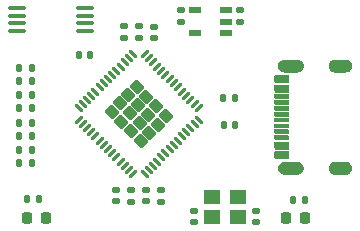
<source format=gtp>
%TF.GenerationSoftware,KiCad,Pcbnew,(6.0.10)*%
%TF.CreationDate,2022-12-30T18:11:37+08:00*%
%TF.ProjectId,UINIO-Logic-24MHz,55494e49-4f2d-44c6-9f67-69632d32344d,Version 1.0.0*%
%TF.SameCoordinates,Original*%
%TF.FileFunction,Paste,Top*%
%TF.FilePolarity,Positive*%
%FSLAX46Y46*%
G04 Gerber Fmt 4.6, Leading zero omitted, Abs format (unit mm)*
G04 Created by KiCad (PCBNEW (6.0.10)) date 2022-12-30 18:11:37*
%MOMM*%
%LPD*%
G01*
G04 APERTURE LIST*
G04 Aperture macros list*
%AMRoundRect*
0 Rectangle with rounded corners*
0 $1 Rounding radius*
0 $2 $3 $4 $5 $6 $7 $8 $9 X,Y pos of 4 corners*
0 Add a 4 corners polygon primitive as box body*
4,1,4,$2,$3,$4,$5,$6,$7,$8,$9,$2,$3,0*
0 Add four circle primitives for the rounded corners*
1,1,$1+$1,$2,$3*
1,1,$1+$1,$4,$5*
1,1,$1+$1,$6,$7*
1,1,$1+$1,$8,$9*
0 Add four rect primitives between the rounded corners*
20,1,$1+$1,$2,$3,$4,$5,0*
20,1,$1+$1,$4,$5,$6,$7,0*
20,1,$1+$1,$6,$7,$8,$9,0*
20,1,$1+$1,$8,$9,$2,$3,0*%
%AMFreePoly0*
4,1,9,0.435000,0.357500,0.435000,-0.357500,0.290000,-0.502500,-0.290000,-0.502500,-0.435000,-0.357500,-0.435000,0.357500,-0.290000,0.502500,0.290000,0.502500,0.435000,0.357500,0.435000,0.357500,$1*%
G04 Aperture macros list end*
%ADD10C,0.120000*%
%ADD11RoundRect,0.140000X0.170000X-0.140000X0.170000X0.140000X-0.170000X0.140000X-0.170000X-0.140000X0*%
%ADD12RoundRect,0.135000X-0.135000X-0.185000X0.135000X-0.185000X0.135000X0.185000X-0.135000X0.185000X0*%
%ADD13RoundRect,0.140000X0.140000X0.170000X-0.140000X0.170000X-0.140000X-0.170000X0.140000X-0.170000X0*%
%ADD14RoundRect,0.218750X0.218750X0.256250X-0.218750X0.256250X-0.218750X-0.256250X0.218750X-0.256250X0*%
%ADD15R,1.000000X0.600000*%
%ADD16RoundRect,0.140000X-0.170000X0.140000X-0.170000X-0.140000X0.170000X-0.140000X0.170000X0.140000X0*%
%ADD17RoundRect,0.135000X0.135000X0.185000X-0.135000X0.185000X-0.135000X-0.185000X0.135000X-0.185000X0*%
%ADD18RoundRect,0.140000X-0.140000X-0.170000X0.140000X-0.170000X0.140000X0.170000X-0.140000X0.170000X0*%
%ADD19RoundRect,0.135000X-0.185000X0.135000X-0.185000X-0.135000X0.185000X-0.135000X0.185000X0.135000X0*%
%ADD20RoundRect,0.100000X-0.637500X-0.100000X0.637500X-0.100000X0.637500X0.100000X-0.637500X0.100000X0*%
%ADD21FreePoly0,225.000000*%
%ADD22RoundRect,0.062500X0.220971X0.309359X-0.309359X-0.220971X-0.220971X-0.309359X0.309359X0.220971X0*%
%ADD23RoundRect,0.062500X-0.220971X0.309359X-0.309359X0.220971X0.220971X-0.309359X0.309359X-0.220971X0*%
%ADD24RoundRect,0.218750X-0.218750X-0.256250X0.218750X-0.256250X0.218750X0.256250X-0.218750X0.256250X0*%
%ADD25R,1.150000X0.600000*%
%ADD26R,1.150000X0.300000*%
%ADD27R,1.400000X1.200000*%
G04 APERTURE END LIST*
%TO.C,USB1*%
G36*
X162478000Y-109030000D02*
G01*
X161328000Y-109030000D01*
X161328000Y-108730000D01*
X162478000Y-108730000D01*
X162478000Y-109030000D01*
G37*
D10*
X162478000Y-109030000D02*
X161328000Y-109030000D01*
X161328000Y-108730000D01*
X162478000Y-108730000D01*
X162478000Y-109030000D01*
G36*
X162478000Y-110030000D02*
G01*
X161328000Y-110030000D01*
X161328000Y-109730000D01*
X162478000Y-109730000D01*
X162478000Y-110030000D01*
G37*
X162478000Y-110030000D02*
X161328000Y-110030000D01*
X161328000Y-109730000D01*
X162478000Y-109730000D01*
X162478000Y-110030000D01*
G36*
X162478000Y-107530000D02*
G01*
X161328000Y-107530000D01*
X161328000Y-107230000D01*
X162478000Y-107230000D01*
X162478000Y-107530000D01*
G37*
X162478000Y-107530000D02*
X161328000Y-107530000D01*
X161328000Y-107230000D01*
X162478000Y-107230000D01*
X162478000Y-107530000D01*
G36*
X162478000Y-108530000D02*
G01*
X161328000Y-108530000D01*
X161328000Y-108230000D01*
X162478000Y-108230000D01*
X162478000Y-108530000D01*
G37*
X162478000Y-108530000D02*
X161328000Y-108530000D01*
X161328000Y-108230000D01*
X162478000Y-108230000D01*
X162478000Y-108530000D01*
G36*
X163313000Y-112965000D02*
G01*
X163407000Y-112993000D01*
X163493000Y-113039000D01*
X163569000Y-113101000D01*
X163631000Y-113177000D01*
X163677000Y-113264000D01*
X163706000Y-113357000D01*
X163715000Y-113455000D01*
X163706000Y-113553000D01*
X163677000Y-113646000D01*
X163631000Y-113733000D01*
X163569000Y-113809000D01*
X163493000Y-113871000D01*
X163407000Y-113917000D01*
X163313000Y-113945000D01*
X163215000Y-113955000D01*
X162115000Y-113955000D01*
X162018000Y-113945000D01*
X161924000Y-113917000D01*
X161838000Y-113871000D01*
X161762000Y-113809000D01*
X161700000Y-113733000D01*
X161653000Y-113646000D01*
X161625000Y-113553000D01*
X161615000Y-113455000D01*
X161625000Y-113357000D01*
X161653000Y-113264000D01*
X161700000Y-113177000D01*
X161762000Y-113101000D01*
X161838000Y-113039000D01*
X161924000Y-112993000D01*
X162018000Y-112965000D01*
X162115000Y-112955000D01*
X163215000Y-112955000D01*
X163313000Y-112965000D01*
G37*
X163313000Y-112965000D02*
X163407000Y-112993000D01*
X163493000Y-113039000D01*
X163569000Y-113101000D01*
X163631000Y-113177000D01*
X163677000Y-113264000D01*
X163706000Y-113357000D01*
X163715000Y-113455000D01*
X163706000Y-113553000D01*
X163677000Y-113646000D01*
X163631000Y-113733000D01*
X163569000Y-113809000D01*
X163493000Y-113871000D01*
X163407000Y-113917000D01*
X163313000Y-113945000D01*
X163215000Y-113955000D01*
X162115000Y-113955000D01*
X162018000Y-113945000D01*
X161924000Y-113917000D01*
X161838000Y-113871000D01*
X161762000Y-113809000D01*
X161700000Y-113733000D01*
X161653000Y-113646000D01*
X161625000Y-113553000D01*
X161615000Y-113455000D01*
X161625000Y-113357000D01*
X161653000Y-113264000D01*
X161700000Y-113177000D01*
X161762000Y-113101000D01*
X161838000Y-113039000D01*
X161924000Y-112993000D01*
X162018000Y-112965000D01*
X162115000Y-112955000D01*
X163215000Y-112955000D01*
X163313000Y-112965000D01*
G36*
X162478000Y-111830000D02*
G01*
X161328000Y-111830000D01*
X161328000Y-111230000D01*
X162478000Y-111230000D01*
X162478000Y-111830000D01*
G37*
X162478000Y-111830000D02*
X161328000Y-111830000D01*
X161328000Y-111230000D01*
X162478000Y-111230000D01*
X162478000Y-111830000D01*
G36*
X167413000Y-104315000D02*
G01*
X167507000Y-104343000D01*
X167593000Y-104389000D01*
X167669000Y-104451000D01*
X167731000Y-104527000D01*
X167777000Y-104614000D01*
X167806000Y-104707000D01*
X167815000Y-104805000D01*
X167806000Y-104903000D01*
X167777000Y-104996000D01*
X167731000Y-105083000D01*
X167669000Y-105159000D01*
X167593000Y-105221000D01*
X167507000Y-105267000D01*
X167413000Y-105295000D01*
X167315000Y-105305000D01*
X166415000Y-105305000D01*
X166318000Y-105295000D01*
X166224000Y-105267000D01*
X166138000Y-105221000D01*
X166062000Y-105159000D01*
X166000000Y-105083000D01*
X165953000Y-104996000D01*
X165925000Y-104903000D01*
X165915000Y-104805000D01*
X165925000Y-104707000D01*
X165953000Y-104614000D01*
X166000000Y-104527000D01*
X166062000Y-104451000D01*
X166138000Y-104389000D01*
X166224000Y-104343000D01*
X166318000Y-104315000D01*
X166415000Y-104305000D01*
X167315000Y-104305000D01*
X167413000Y-104315000D01*
G37*
X167413000Y-104315000D02*
X167507000Y-104343000D01*
X167593000Y-104389000D01*
X167669000Y-104451000D01*
X167731000Y-104527000D01*
X167777000Y-104614000D01*
X167806000Y-104707000D01*
X167815000Y-104805000D01*
X167806000Y-104903000D01*
X167777000Y-104996000D01*
X167731000Y-105083000D01*
X167669000Y-105159000D01*
X167593000Y-105221000D01*
X167507000Y-105267000D01*
X167413000Y-105295000D01*
X167315000Y-105305000D01*
X166415000Y-105305000D01*
X166318000Y-105295000D01*
X166224000Y-105267000D01*
X166138000Y-105221000D01*
X166062000Y-105159000D01*
X166000000Y-105083000D01*
X165953000Y-104996000D01*
X165925000Y-104903000D01*
X165915000Y-104805000D01*
X165925000Y-104707000D01*
X165953000Y-104614000D01*
X166000000Y-104527000D01*
X166062000Y-104451000D01*
X166138000Y-104389000D01*
X166224000Y-104343000D01*
X166318000Y-104315000D01*
X166415000Y-104305000D01*
X167315000Y-104305000D01*
X167413000Y-104315000D01*
G36*
X162478000Y-108030000D02*
G01*
X161328000Y-108030000D01*
X161328000Y-107730000D01*
X162478000Y-107730000D01*
X162478000Y-108030000D01*
G37*
X162478000Y-108030000D02*
X161328000Y-108030000D01*
X161328000Y-107730000D01*
X162478000Y-107730000D01*
X162478000Y-108030000D01*
G36*
X162478000Y-110530000D02*
G01*
X161328000Y-110530000D01*
X161328000Y-110230000D01*
X162478000Y-110230000D01*
X162478000Y-110530000D01*
G37*
X162478000Y-110530000D02*
X161328000Y-110530000D01*
X161328000Y-110230000D01*
X162478000Y-110230000D01*
X162478000Y-110530000D01*
G36*
X162478000Y-106230000D02*
G01*
X161328000Y-106230000D01*
X161328000Y-105630000D01*
X162478000Y-105630000D01*
X162478000Y-106230000D01*
G37*
X162478000Y-106230000D02*
X161328000Y-106230000D01*
X161328000Y-105630000D01*
X162478000Y-105630000D01*
X162478000Y-106230000D01*
G36*
X163313000Y-104315000D02*
G01*
X163407000Y-104343000D01*
X163493000Y-104389000D01*
X163569000Y-104451000D01*
X163631000Y-104527000D01*
X163677000Y-104614000D01*
X163706000Y-104707000D01*
X163715000Y-104805000D01*
X163706000Y-104903000D01*
X163677000Y-104996000D01*
X163631000Y-105083000D01*
X163569000Y-105159000D01*
X163493000Y-105221000D01*
X163407000Y-105267000D01*
X163313000Y-105295000D01*
X163215000Y-105305000D01*
X162115000Y-105305000D01*
X162018000Y-105295000D01*
X161924000Y-105267000D01*
X161838000Y-105221000D01*
X161762000Y-105159000D01*
X161700000Y-105083000D01*
X161653000Y-104996000D01*
X161625000Y-104903000D01*
X161615000Y-104805000D01*
X161625000Y-104707000D01*
X161653000Y-104614000D01*
X161700000Y-104527000D01*
X161762000Y-104451000D01*
X161838000Y-104389000D01*
X161924000Y-104343000D01*
X162018000Y-104315000D01*
X162115000Y-104305000D01*
X163215000Y-104305000D01*
X163313000Y-104315000D01*
G37*
X163313000Y-104315000D02*
X163407000Y-104343000D01*
X163493000Y-104389000D01*
X163569000Y-104451000D01*
X163631000Y-104527000D01*
X163677000Y-104614000D01*
X163706000Y-104707000D01*
X163715000Y-104805000D01*
X163706000Y-104903000D01*
X163677000Y-104996000D01*
X163631000Y-105083000D01*
X163569000Y-105159000D01*
X163493000Y-105221000D01*
X163407000Y-105267000D01*
X163313000Y-105295000D01*
X163215000Y-105305000D01*
X162115000Y-105305000D01*
X162018000Y-105295000D01*
X161924000Y-105267000D01*
X161838000Y-105221000D01*
X161762000Y-105159000D01*
X161700000Y-105083000D01*
X161653000Y-104996000D01*
X161625000Y-104903000D01*
X161615000Y-104805000D01*
X161625000Y-104707000D01*
X161653000Y-104614000D01*
X161700000Y-104527000D01*
X161762000Y-104451000D01*
X161838000Y-104389000D01*
X161924000Y-104343000D01*
X162018000Y-104315000D01*
X162115000Y-104305000D01*
X163215000Y-104305000D01*
X163313000Y-104315000D01*
G36*
X162478000Y-112630000D02*
G01*
X161328000Y-112630000D01*
X161328000Y-112030000D01*
X162478000Y-112030000D01*
X162478000Y-112630000D01*
G37*
X162478000Y-112630000D02*
X161328000Y-112630000D01*
X161328000Y-112030000D01*
X162478000Y-112030000D01*
X162478000Y-112630000D01*
G36*
X162478000Y-107030000D02*
G01*
X161328000Y-107030000D01*
X161328000Y-106430000D01*
X162478000Y-106430000D01*
X162478000Y-107030000D01*
G37*
X162478000Y-107030000D02*
X161328000Y-107030000D01*
X161328000Y-106430000D01*
X162478000Y-106430000D01*
X162478000Y-107030000D01*
G36*
X162478000Y-109530000D02*
G01*
X161328000Y-109530000D01*
X161328000Y-109230000D01*
X162478000Y-109230000D01*
X162478000Y-109530000D01*
G37*
X162478000Y-109530000D02*
X161328000Y-109530000D01*
X161328000Y-109230000D01*
X162478000Y-109230000D01*
X162478000Y-109530000D01*
G36*
X167413000Y-112965000D02*
G01*
X167507000Y-112993000D01*
X167593000Y-113039000D01*
X167669000Y-113101000D01*
X167731000Y-113177000D01*
X167777000Y-113264000D01*
X167806000Y-113357000D01*
X167815000Y-113455000D01*
X167806000Y-113553000D01*
X167777000Y-113646000D01*
X167731000Y-113733000D01*
X167669000Y-113809000D01*
X167593000Y-113871000D01*
X167507000Y-113917000D01*
X167413000Y-113945000D01*
X167315000Y-113955000D01*
X166415000Y-113955000D01*
X166318000Y-113945000D01*
X166224000Y-113917000D01*
X166138000Y-113871000D01*
X166062000Y-113809000D01*
X166000000Y-113733000D01*
X165953000Y-113646000D01*
X165925000Y-113553000D01*
X165915000Y-113455000D01*
X165925000Y-113357000D01*
X165953000Y-113264000D01*
X166000000Y-113177000D01*
X166062000Y-113101000D01*
X166138000Y-113039000D01*
X166224000Y-112993000D01*
X166318000Y-112965000D01*
X166415000Y-112955000D01*
X167315000Y-112955000D01*
X167413000Y-112965000D01*
G37*
X167413000Y-112965000D02*
X167507000Y-112993000D01*
X167593000Y-113039000D01*
X167669000Y-113101000D01*
X167731000Y-113177000D01*
X167777000Y-113264000D01*
X167806000Y-113357000D01*
X167815000Y-113455000D01*
X167806000Y-113553000D01*
X167777000Y-113646000D01*
X167731000Y-113733000D01*
X167669000Y-113809000D01*
X167593000Y-113871000D01*
X167507000Y-113917000D01*
X167413000Y-113945000D01*
X167315000Y-113955000D01*
X166415000Y-113955000D01*
X166318000Y-113945000D01*
X166224000Y-113917000D01*
X166138000Y-113871000D01*
X166062000Y-113809000D01*
X166000000Y-113733000D01*
X165953000Y-113646000D01*
X165925000Y-113553000D01*
X165915000Y-113455000D01*
X165925000Y-113357000D01*
X165953000Y-113264000D01*
X166000000Y-113177000D01*
X166062000Y-113101000D01*
X166138000Y-113039000D01*
X166224000Y-112993000D01*
X166318000Y-112965000D01*
X166415000Y-112955000D01*
X167315000Y-112955000D01*
X167413000Y-112965000D01*
G36*
X162478000Y-111030000D02*
G01*
X161328000Y-111030000D01*
X161328000Y-110730000D01*
X162478000Y-110730000D01*
X162478000Y-111030000D01*
G37*
X162478000Y-111030000D02*
X161328000Y-111030000D01*
X161328000Y-110730000D01*
X162478000Y-110730000D01*
X162478000Y-111030000D01*
%TD*%
D11*
%TO.C,C10*%
X147910000Y-116280000D03*
X147910000Y-115320000D03*
%TD*%
D12*
%TO.C,R3*%
X139730000Y-107276666D03*
X140750000Y-107276666D03*
%TD*%
D13*
%TO.C,C7*%
X145710000Y-103910000D03*
X144750000Y-103910000D03*
%TD*%
D14*
%TO.C,D2*%
X141965000Y-117700000D03*
X140390000Y-117700000D03*
%TD*%
D12*
%TO.C,R2*%
X139730000Y-106123333D03*
X140750000Y-106123333D03*
%TD*%
D15*
%TO.C,U2*%
X157230000Y-102022000D03*
X157230000Y-101072000D03*
X157230000Y-100122000D03*
X154630000Y-100122000D03*
X154630000Y-102022000D03*
%TD*%
D16*
%TO.C,C8*%
X154520000Y-117100000D03*
X154520000Y-118060000D03*
%TD*%
D17*
%TO.C,R9*%
X163870000Y-116140000D03*
X162850000Y-116140000D03*
%TD*%
D12*
%TO.C,R6*%
X139730000Y-110790000D03*
X140750000Y-110790000D03*
%TD*%
D16*
%TO.C,C2*%
X153420000Y-100120000D03*
X153420000Y-101080000D03*
%TD*%
D18*
%TO.C,C5*%
X157000000Y-107580000D03*
X157960000Y-107580000D03*
%TD*%
D12*
%TO.C,R5*%
X139730000Y-109650000D03*
X140750000Y-109650000D03*
%TD*%
D19*
%TO.C,R12*%
X148556666Y-101460000D03*
X148556666Y-102480000D03*
%TD*%
D16*
%TO.C,C3*%
X150463332Y-115320000D03*
X150463332Y-116280000D03*
%TD*%
D12*
%TO.C,R7*%
X139730000Y-111930000D03*
X140750000Y-111930000D03*
%TD*%
D18*
%TO.C,C6*%
X157010000Y-109850000D03*
X157970000Y-109850000D03*
%TD*%
D20*
%TO.C,U1*%
X139547500Y-99935000D03*
X139547500Y-100585000D03*
X139547500Y-101235000D03*
X139547500Y-101885000D03*
X145272500Y-101885000D03*
X145272500Y-101235000D03*
X145272500Y-100585000D03*
X145272500Y-99935000D03*
%TD*%
D12*
%TO.C,R1*%
X139730000Y-104970000D03*
X140750000Y-104970000D03*
%TD*%
D21*
%TO.C,U3*%
X150726722Y-110499829D03*
X150602979Y-108961872D03*
X152140936Y-109085616D03*
X150019616Y-111206936D03*
X149065021Y-108838128D03*
X148357915Y-109545235D03*
X147527064Y-108714384D03*
X148941278Y-107300171D03*
X149648384Y-106593064D03*
X149895872Y-109668979D03*
X149772128Y-108131021D03*
X151310085Y-108254765D03*
X148234171Y-108007278D03*
X149188765Y-110376085D03*
X151433829Y-109792722D03*
X150479235Y-107423915D03*
D22*
X154916330Y-108413864D03*
X154562777Y-108060311D03*
X154209223Y-107706757D03*
X153855670Y-107353204D03*
X153502116Y-106999651D03*
X153148563Y-106646097D03*
X152795010Y-106292544D03*
X152441456Y-105938990D03*
X152087903Y-105585437D03*
X151734349Y-105231884D03*
X151380796Y-104878330D03*
X151027243Y-104524777D03*
X150673689Y-104171223D03*
X150320136Y-103817670D03*
D23*
X149347864Y-103817670D03*
X148994311Y-104171223D03*
X148640757Y-104524777D03*
X148287204Y-104878330D03*
X147933651Y-105231884D03*
X147580097Y-105585437D03*
X147226544Y-105938990D03*
X146872990Y-106292544D03*
X146519437Y-106646097D03*
X146165884Y-106999651D03*
X145812330Y-107353204D03*
X145458777Y-107706757D03*
X145105223Y-108060311D03*
X144751670Y-108413864D03*
D22*
X144751670Y-109386136D03*
X145105223Y-109739689D03*
X145458777Y-110093243D03*
X145812330Y-110446796D03*
X146165884Y-110800349D03*
X146519437Y-111153903D03*
X146872990Y-111507456D03*
X147226544Y-111861010D03*
X147580097Y-112214563D03*
X147933651Y-112568116D03*
X148287204Y-112921670D03*
X148640757Y-113275223D03*
X148994311Y-113628777D03*
X149347864Y-113982330D03*
D23*
X150320136Y-113982330D03*
X150673689Y-113628777D03*
X151027243Y-113275223D03*
X151380796Y-112921670D03*
X151734349Y-112568116D03*
X152087903Y-112214563D03*
X152441456Y-111861010D03*
X152795010Y-111507456D03*
X153148563Y-111153903D03*
X153502116Y-110800349D03*
X153855670Y-110446796D03*
X154209223Y-110093243D03*
X154562777Y-109739689D03*
X154916330Y-109386136D03*
%TD*%
D19*
%TO.C,R13*%
X149843332Y-101460000D03*
X149843332Y-102480000D03*
%TD*%
%TO.C,R11*%
X151740000Y-115310000D03*
X151740000Y-116330000D03*
%TD*%
D11*
%TO.C,C9*%
X159730000Y-118060001D03*
X159730000Y-117100001D03*
%TD*%
D12*
%TO.C,R10*%
X140390000Y-116110000D03*
X141410000Y-116110000D03*
%TD*%
D24*
%TO.C,D1*%
X162302500Y-117700000D03*
X163877500Y-117700000D03*
%TD*%
D25*
%TO.C,USB1*%
X161903000Y-112330000D03*
X161903000Y-111530000D03*
D26*
X161903000Y-110380000D03*
X161903000Y-109380000D03*
X161903000Y-108880000D03*
X161903000Y-107880000D03*
D25*
X161903000Y-105930000D03*
X161903000Y-106730000D03*
D26*
X161903000Y-107380000D03*
X161903000Y-108380000D03*
X161903000Y-109880000D03*
X161903000Y-110880000D03*
%TD*%
D11*
%TO.C,C1*%
X158440000Y-101080000D03*
X158440000Y-100120000D03*
%TD*%
D27*
%TO.C,Y1*%
X158220000Y-115940000D03*
X156020000Y-115940000D03*
X156020000Y-117640000D03*
X158220000Y-117640000D03*
%TD*%
D19*
%TO.C,R14*%
X149186666Y-115310000D03*
X149186666Y-116330000D03*
%TD*%
D12*
%TO.C,R8*%
X139730000Y-113070000D03*
X140750000Y-113070000D03*
%TD*%
D11*
%TO.C,C4*%
X151120000Y-102470000D03*
X151120000Y-101510000D03*
%TD*%
D12*
%TO.C,R4*%
X139730000Y-108430000D03*
X140750000Y-108430000D03*
%TD*%
M02*

</source>
